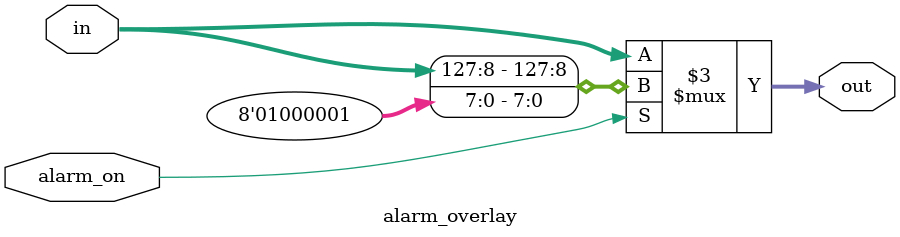
<source format=v>
`timescale 1ns / 1ps


module alarm_overlay(
    input alarm_on,
    input [127:0] in,
    output reg [127:0] out
    );
    
    always@(*)
    begin
        if(alarm_on)        //alarm is on
            out = {in[127:8], 8'h41};   //replace the last letter on the top line with "A"
        else                //alarm is off
            out = in;       //pass through
    end
endmodule

</source>
